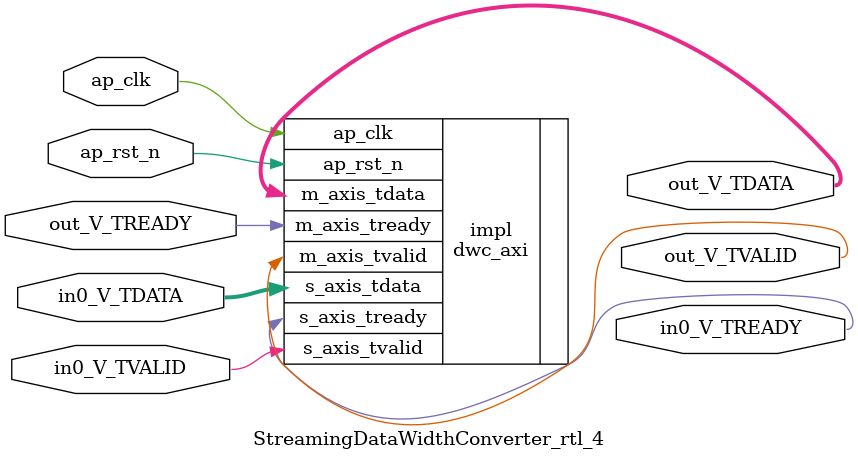
<source format=v>
/******************************************************************************
 * Copyright (C) 2023, Advanced Micro Devices, Inc.
 * All rights reserved.
 *
 * Redistribution and use in source and binary forms, with or without
 * modification, are permitted provided that the following conditions are met:
 *
 *  1. Redistributions of source code must retain the above copyright notice,
 *     this list of conditions and the following disclaimer.
 *
 *  2. Redistributions in binary form must reproduce the above copyright
 *     notice, this list of conditions and the following disclaimer in the
 *     documentation and/or other materials provided with the distribution.
 *
 *  3. Neither the name of the copyright holder nor the names of its
 *     contributors may be used to endorse or promote products derived from
 *     this software without specific prior written permission.
 *
 * THIS SOFTWARE IS PROVIDED BY THE COPYRIGHT HOLDERS AND CONTRIBUTORS "AS IS"
 * AND ANY EXPRESS OR IMPLIED WARRANTIES, INCLUDING, BUT NOT LIMITED TO,
 * THE IMPLIED WARRANTIES OF MERCHANTABILITY AND FITNESS FOR A PARTICULAR
 * PURPOSE ARE DISCLAIMED. IN NO EVENT SHALL THE COPYRIGHT HOLDER OR
 * CONTRIBUTORS BE LIABLE FOR ANY DIRECT, INDIRECT, INCIDENTAL, SPECIAL,
 * EXEMPLARY, OR CONSEQUENTIAL DAMAGES (INCLUDING, BUT NOT LIMITED TO,
 * PROCUREMENT OF SUBSTITUTE GOODS OR SERVICES; LOSS OF USE, DATA, OR PROFITS;
 * OR BUSINESS INTERRUPTION). HOWEVER CAUSED AND ON ANY THEORY OF LIABILITY,
 * WHETHER IN CONTRACT, STRICT LIABILITY, OR TORT (INCLUDING NEGLIGENCE OR
 * OTHERWISE) ARISING IN ANY WAY OUT OF THE USE OF THIS SOFTWARE, EVEN IF
 * ADVISED OF THE POSSIBILITY OF SUCH DAMAGE.
 *****************************************************************************/

module StreamingDataWidthConverter_rtl_4 #(
	parameter  IBITS = 128,
	parameter  OBITS = 4,

	parameter  AXI_IBITS = (IBITS+7)/8 * 8,
	parameter  AXI_OBITS = (OBITS+7)/8 * 8
)(
	//- Global Control ------------------
	(* X_INTERFACE_INFO = "xilinx.com:signal:clock:1.0 ap_clk CLK" *)
	(* X_INTERFACE_PARAMETER = "ASSOCIATED_BUSIF in0_V:out_V, ASSOCIATED_RESET ap_rst_n" *)
	input	ap_clk,
	(* X_INTERFACE_PARAMETER = "POLARITY ACTIVE_LOW" *)
	input	ap_rst_n,

	//- AXI Stream - Input --------------
	output	in0_V_TREADY,
	input	in0_V_TVALID,
	input	[AXI_IBITS-1:0]  in0_V_TDATA,

	//- AXI Stream - Output -------------
	input	out_V_TREADY,
	output	out_V_TVALID,
	output	[AXI_OBITS-1:0]  out_V_TDATA
);

	dwc_axi #(
		.IBITS(IBITS),
		.OBITS(OBITS)
	) impl (
		.ap_clk(ap_clk),
		.ap_rst_n(ap_rst_n),
		.s_axis_tready(in0_V_TREADY),
		.s_axis_tvalid(in0_V_TVALID),
		.s_axis_tdata(in0_V_TDATA),
		.m_axis_tready(out_V_TREADY),
		.m_axis_tvalid(out_V_TVALID),
		.m_axis_tdata(out_V_TDATA)
	);

endmodule

</source>
